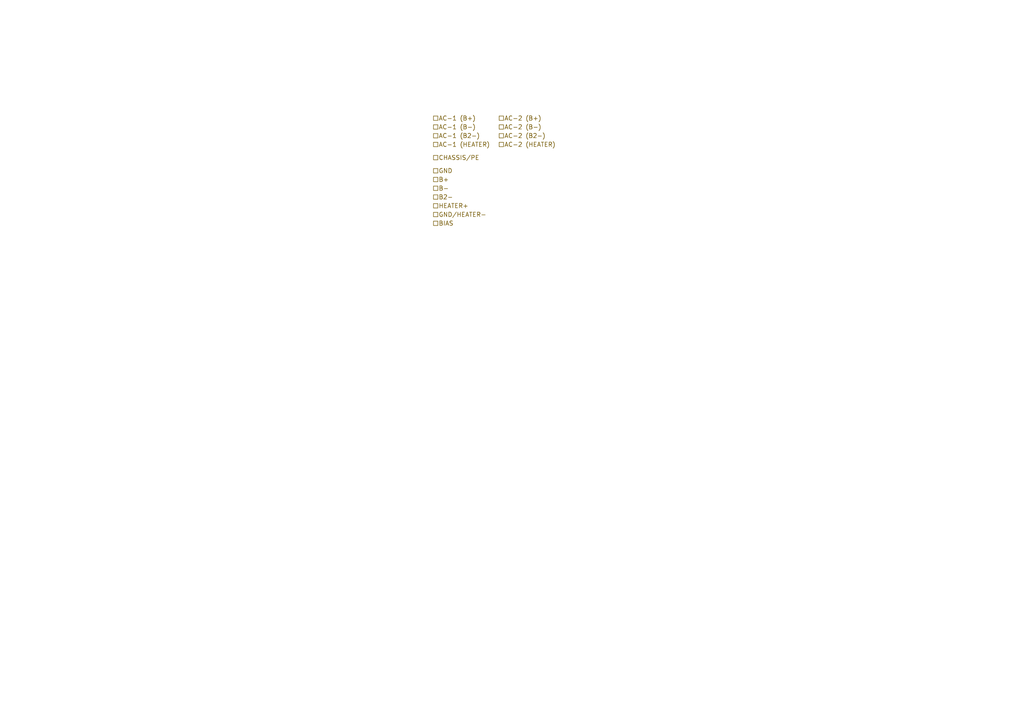
<source format=kicad_sch>
(kicad_sch
	(version 20231120)
	(generator "eeschema")
	(generator_version "8.0")
	(uuid "0c9cf066-8ef2-44da-a251-82a06f9a0a7c")
	(paper "A4")
	(lib_symbols)
	(hierarchical_label "HEATER+"
		(shape passive)
		(at 125.73 59.69 0)
		(fields_autoplaced yes)
		(effects
			(font
				(size 1.27 1.27)
			)
			(justify left)
		)
		(uuid "0a90fc92-4694-4f44-9c58-2e5243ad4cda")
	)
	(hierarchical_label "AC-1 (B-)"
		(shape passive)
		(at 125.73 36.83 0)
		(fields_autoplaced yes)
		(effects
			(font
				(size 1.27 1.27)
			)
			(justify left)
		)
		(uuid "28298d23-31fe-47ee-bc5a-63a67dfa9d6b")
	)
	(hierarchical_label "AC-2 (B2-)"
		(shape passive)
		(at 144.78 39.37 0)
		(fields_autoplaced yes)
		(effects
			(font
				(size 1.27 1.27)
			)
			(justify left)
		)
		(uuid "2dc7b634-8708-4dac-891d-cc4ba0568d0f")
	)
	(hierarchical_label "B2-"
		(shape passive)
		(at 125.73 57.15 0)
		(fields_autoplaced yes)
		(effects
			(font
				(size 1.27 1.27)
			)
			(justify left)
		)
		(uuid "3a3e0684-edd0-4bfe-a3a7-e3c62448b391")
	)
	(hierarchical_label "B+"
		(shape passive)
		(at 125.73 52.07 0)
		(fields_autoplaced yes)
		(effects
			(font
				(size 1.27 1.27)
			)
			(justify left)
		)
		(uuid "48f98fed-2d2a-4721-9827-87af9de1fd9a")
	)
	(hierarchical_label "GND"
		(shape passive)
		(at 125.73 49.53 0)
		(fields_autoplaced yes)
		(effects
			(font
				(size 1.27 1.27)
			)
			(justify left)
		)
		(uuid "50302334-30d1-4505-bee0-2d45cc3d307f")
	)
	(hierarchical_label "AC-2 (B-)"
		(shape passive)
		(at 144.78 36.83 0)
		(fields_autoplaced yes)
		(effects
			(font
				(size 1.27 1.27)
			)
			(justify left)
		)
		(uuid "66fc0960-d42e-4db8-bb80-78d422a4f182")
	)
	(hierarchical_label "AC-1 (B+)"
		(shape passive)
		(at 125.73 34.29 0)
		(fields_autoplaced yes)
		(effects
			(font
				(size 1.27 1.27)
			)
			(justify left)
		)
		(uuid "719a36e0-55e1-430e-b964-92640eac5188")
	)
	(hierarchical_label "AC-1 (HEATER)"
		(shape passive)
		(at 125.73 41.91 0)
		(fields_autoplaced yes)
		(effects
			(font
				(size 1.27 1.27)
			)
			(justify left)
		)
		(uuid "930c2161-dbc8-4862-80f8-05df02caed42")
	)
	(hierarchical_label "AC-2 (HEATER)"
		(shape passive)
		(at 144.78 41.91 0)
		(fields_autoplaced yes)
		(effects
			(font
				(size 1.27 1.27)
			)
			(justify left)
		)
		(uuid "9650b887-055d-4628-946c-41d31406cd58")
	)
	(hierarchical_label "GND{slash}HEATER-"
		(shape passive)
		(at 125.73 62.23 0)
		(fields_autoplaced yes)
		(effects
			(font
				(size 1.27 1.27)
			)
			(justify left)
		)
		(uuid "a1af8054-8c3e-46dd-82af-a85c1d9050ba")
	)
	(hierarchical_label "AC-2 (B+)"
		(shape passive)
		(at 144.78 34.29 0)
		(fields_autoplaced yes)
		(effects
			(font
				(size 1.27 1.27)
			)
			(justify left)
		)
		(uuid "acba8f43-6b8c-4a10-b311-f8b3ee4ea186")
	)
	(hierarchical_label "AC-1 (B2-)"
		(shape passive)
		(at 125.73 39.37 0)
		(fields_autoplaced yes)
		(effects
			(font
				(size 1.27 1.27)
			)
			(justify left)
		)
		(uuid "b068e432-e926-47d0-a6a2-08d41eedbaa4")
	)
	(hierarchical_label "CHASSIS{slash}PE"
		(shape passive)
		(at 125.73 45.72 0)
		(fields_autoplaced yes)
		(effects
			(font
				(size 1.27 1.27)
			)
			(justify left)
		)
		(uuid "bb2d6d8b-eba5-48d9-869e-043b083462c9")
	)
	(hierarchical_label "B-"
		(shape passive)
		(at 125.73 54.61 0)
		(fields_autoplaced yes)
		(effects
			(font
				(size 1.27 1.27)
			)
			(justify left)
		)
		(uuid "f16a2f8e-b7fb-4e40-b4f3-6c73227b4dec")
	)
	(hierarchical_label "BIAS"
		(shape passive)
		(at 125.73 64.77 0)
		(fields_autoplaced yes)
		(effects
			(font
				(size 1.27 1.27)
			)
			(justify left)
		)
		(uuid "f7f6d715-a535-4f42-bb6d-d47fd087599d")
	)
)

</source>
